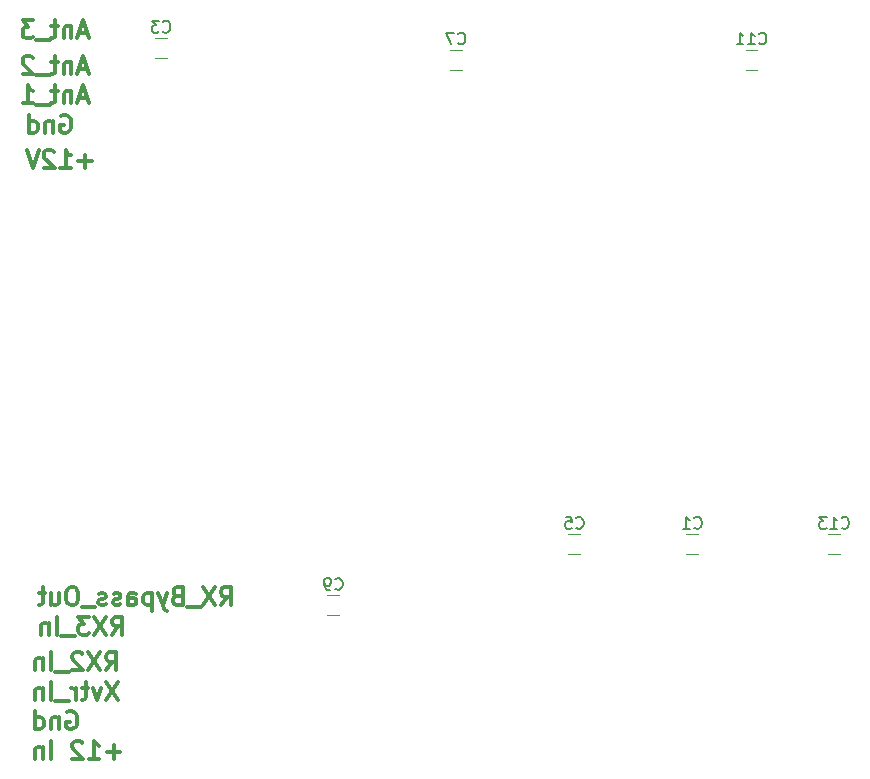
<source format=gbo>
G04 #@! TF.FileFunction,Legend,Bot*
%FSLAX46Y46*%
G04 Gerber Fmt 4.6, Leading zero omitted, Abs format (unit mm)*
G04 Created by KiCad (PCBNEW 4.0.7) date 01/07/18 09:03:16*
%MOMM*%
%LPD*%
G01*
G04 APERTURE LIST*
%ADD10C,0.100000*%
%ADD11C,0.300000*%
%ADD12C,0.120000*%
%ADD13C,0.150000*%
G04 APERTURE END LIST*
D10*
D11*
X41785714Y-43750000D02*
X41071428Y-43750000D01*
X41928571Y-44178571D02*
X41428571Y-42678571D01*
X40928571Y-44178571D01*
X40428571Y-43178571D02*
X40428571Y-44178571D01*
X40428571Y-43321429D02*
X40357143Y-43250000D01*
X40214285Y-43178571D01*
X40000000Y-43178571D01*
X39857143Y-43250000D01*
X39785714Y-43392857D01*
X39785714Y-44178571D01*
X39285714Y-43178571D02*
X38714285Y-43178571D01*
X39071428Y-42678571D02*
X39071428Y-43964286D01*
X39000000Y-44107143D01*
X38857142Y-44178571D01*
X38714285Y-44178571D01*
X38571428Y-44321429D02*
X37428571Y-44321429D01*
X37214285Y-42678571D02*
X36285714Y-42678571D01*
X36785714Y-43250000D01*
X36571428Y-43250000D01*
X36428571Y-43321429D01*
X36357142Y-43392857D01*
X36285714Y-43535714D01*
X36285714Y-43892857D01*
X36357142Y-44035714D01*
X36428571Y-44107143D01*
X36571428Y-44178571D01*
X37000000Y-44178571D01*
X37142857Y-44107143D01*
X37214285Y-44035714D01*
X41785714Y-46750000D02*
X41071428Y-46750000D01*
X41928571Y-47178571D02*
X41428571Y-45678571D01*
X40928571Y-47178571D01*
X40428571Y-46178571D02*
X40428571Y-47178571D01*
X40428571Y-46321429D02*
X40357143Y-46250000D01*
X40214285Y-46178571D01*
X40000000Y-46178571D01*
X39857143Y-46250000D01*
X39785714Y-46392857D01*
X39785714Y-47178571D01*
X39285714Y-46178571D02*
X38714285Y-46178571D01*
X39071428Y-45678571D02*
X39071428Y-46964286D01*
X39000000Y-47107143D01*
X38857142Y-47178571D01*
X38714285Y-47178571D01*
X38571428Y-47321429D02*
X37428571Y-47321429D01*
X37142857Y-45821429D02*
X37071428Y-45750000D01*
X36928571Y-45678571D01*
X36571428Y-45678571D01*
X36428571Y-45750000D01*
X36357142Y-45821429D01*
X36285714Y-45964286D01*
X36285714Y-46107143D01*
X36357142Y-46321429D01*
X37214285Y-47178571D01*
X36285714Y-47178571D01*
X41785714Y-49250000D02*
X41071428Y-49250000D01*
X41928571Y-49678571D02*
X41428571Y-48178571D01*
X40928571Y-49678571D01*
X40428571Y-48678571D02*
X40428571Y-49678571D01*
X40428571Y-48821429D02*
X40357143Y-48750000D01*
X40214285Y-48678571D01*
X40000000Y-48678571D01*
X39857143Y-48750000D01*
X39785714Y-48892857D01*
X39785714Y-49678571D01*
X39285714Y-48678571D02*
X38714285Y-48678571D01*
X39071428Y-48178571D02*
X39071428Y-49464286D01*
X39000000Y-49607143D01*
X38857142Y-49678571D01*
X38714285Y-49678571D01*
X38571428Y-49821429D02*
X37428571Y-49821429D01*
X36285714Y-49678571D02*
X37142857Y-49678571D01*
X36714285Y-49678571D02*
X36714285Y-48178571D01*
X36857142Y-48392857D01*
X37000000Y-48535714D01*
X37142857Y-48607143D01*
X39571429Y-50750000D02*
X39714286Y-50678571D01*
X39928572Y-50678571D01*
X40142857Y-50750000D01*
X40285715Y-50892857D01*
X40357143Y-51035714D01*
X40428572Y-51321429D01*
X40428572Y-51535714D01*
X40357143Y-51821429D01*
X40285715Y-51964286D01*
X40142857Y-52107143D01*
X39928572Y-52178571D01*
X39785715Y-52178571D01*
X39571429Y-52107143D01*
X39500000Y-52035714D01*
X39500000Y-51535714D01*
X39785715Y-51535714D01*
X38857143Y-51178571D02*
X38857143Y-52178571D01*
X38857143Y-51321429D02*
X38785715Y-51250000D01*
X38642857Y-51178571D01*
X38428572Y-51178571D01*
X38285715Y-51250000D01*
X38214286Y-51392857D01*
X38214286Y-52178571D01*
X36857143Y-52178571D02*
X36857143Y-50678571D01*
X36857143Y-52107143D02*
X37000000Y-52178571D01*
X37285714Y-52178571D01*
X37428572Y-52107143D01*
X37500000Y-52035714D01*
X37571429Y-51892857D01*
X37571429Y-51464286D01*
X37500000Y-51321429D01*
X37428572Y-51250000D01*
X37285714Y-51178571D01*
X37000000Y-51178571D01*
X36857143Y-51250000D01*
X42142856Y-54607143D02*
X40999999Y-54607143D01*
X41571428Y-55178571D02*
X41571428Y-54035714D01*
X39499999Y-55178571D02*
X40357142Y-55178571D01*
X39928570Y-55178571D02*
X39928570Y-53678571D01*
X40071427Y-53892857D01*
X40214285Y-54035714D01*
X40357142Y-54107143D01*
X38928571Y-53821429D02*
X38857142Y-53750000D01*
X38714285Y-53678571D01*
X38357142Y-53678571D01*
X38214285Y-53750000D01*
X38142856Y-53821429D01*
X38071428Y-53964286D01*
X38071428Y-54107143D01*
X38142856Y-54321429D01*
X38999999Y-55178571D01*
X38071428Y-55178571D01*
X37642857Y-53678571D02*
X37142857Y-55178571D01*
X36642857Y-53678571D01*
X53071429Y-92178571D02*
X53571429Y-91464286D01*
X53928572Y-92178571D02*
X53928572Y-90678571D01*
X53357144Y-90678571D01*
X53214286Y-90750000D01*
X53142858Y-90821429D01*
X53071429Y-90964286D01*
X53071429Y-91178571D01*
X53142858Y-91321429D01*
X53214286Y-91392857D01*
X53357144Y-91464286D01*
X53928572Y-91464286D01*
X52571429Y-90678571D02*
X51571429Y-92178571D01*
X51571429Y-90678571D02*
X52571429Y-92178571D01*
X51357144Y-92321429D02*
X50214287Y-92321429D01*
X49357144Y-91392857D02*
X49142858Y-91464286D01*
X49071430Y-91535714D01*
X49000001Y-91678571D01*
X49000001Y-91892857D01*
X49071430Y-92035714D01*
X49142858Y-92107143D01*
X49285716Y-92178571D01*
X49857144Y-92178571D01*
X49857144Y-90678571D01*
X49357144Y-90678571D01*
X49214287Y-90750000D01*
X49142858Y-90821429D01*
X49071430Y-90964286D01*
X49071430Y-91107143D01*
X49142858Y-91250000D01*
X49214287Y-91321429D01*
X49357144Y-91392857D01*
X49857144Y-91392857D01*
X48500001Y-91178571D02*
X48142858Y-92178571D01*
X47785716Y-91178571D02*
X48142858Y-92178571D01*
X48285716Y-92535714D01*
X48357144Y-92607143D01*
X48500001Y-92678571D01*
X47214287Y-91178571D02*
X47214287Y-92678571D01*
X47214287Y-91250000D02*
X47071430Y-91178571D01*
X46785716Y-91178571D01*
X46642859Y-91250000D01*
X46571430Y-91321429D01*
X46500001Y-91464286D01*
X46500001Y-91892857D01*
X46571430Y-92035714D01*
X46642859Y-92107143D01*
X46785716Y-92178571D01*
X47071430Y-92178571D01*
X47214287Y-92107143D01*
X45214287Y-92178571D02*
X45214287Y-91392857D01*
X45285716Y-91250000D01*
X45428573Y-91178571D01*
X45714287Y-91178571D01*
X45857144Y-91250000D01*
X45214287Y-92107143D02*
X45357144Y-92178571D01*
X45714287Y-92178571D01*
X45857144Y-92107143D01*
X45928573Y-91964286D01*
X45928573Y-91821429D01*
X45857144Y-91678571D01*
X45714287Y-91607143D01*
X45357144Y-91607143D01*
X45214287Y-91535714D01*
X44571430Y-92107143D02*
X44428573Y-92178571D01*
X44142858Y-92178571D01*
X44000001Y-92107143D01*
X43928573Y-91964286D01*
X43928573Y-91892857D01*
X44000001Y-91750000D01*
X44142858Y-91678571D01*
X44357144Y-91678571D01*
X44500001Y-91607143D01*
X44571430Y-91464286D01*
X44571430Y-91392857D01*
X44500001Y-91250000D01*
X44357144Y-91178571D01*
X44142858Y-91178571D01*
X44000001Y-91250000D01*
X43357144Y-92107143D02*
X43214287Y-92178571D01*
X42928572Y-92178571D01*
X42785715Y-92107143D01*
X42714287Y-91964286D01*
X42714287Y-91892857D01*
X42785715Y-91750000D01*
X42928572Y-91678571D01*
X43142858Y-91678571D01*
X43285715Y-91607143D01*
X43357144Y-91464286D01*
X43357144Y-91392857D01*
X43285715Y-91250000D01*
X43142858Y-91178571D01*
X42928572Y-91178571D01*
X42785715Y-91250000D01*
X42428572Y-92321429D02*
X41285715Y-92321429D01*
X40642858Y-90678571D02*
X40357144Y-90678571D01*
X40214286Y-90750000D01*
X40071429Y-90892857D01*
X40000001Y-91178571D01*
X40000001Y-91678571D01*
X40071429Y-91964286D01*
X40214286Y-92107143D01*
X40357144Y-92178571D01*
X40642858Y-92178571D01*
X40785715Y-92107143D01*
X40928572Y-91964286D01*
X41000001Y-91678571D01*
X41000001Y-91178571D01*
X40928572Y-90892857D01*
X40785715Y-90750000D01*
X40642858Y-90678571D01*
X38714286Y-91178571D02*
X38714286Y-92178571D01*
X39357143Y-91178571D02*
X39357143Y-91964286D01*
X39285715Y-92107143D01*
X39142857Y-92178571D01*
X38928572Y-92178571D01*
X38785715Y-92107143D01*
X38714286Y-92035714D01*
X38214286Y-91178571D02*
X37642857Y-91178571D01*
X38000000Y-90678571D02*
X38000000Y-91964286D01*
X37928572Y-92107143D01*
X37785714Y-92178571D01*
X37642857Y-92178571D01*
X43857142Y-94678571D02*
X44357142Y-93964286D01*
X44714285Y-94678571D02*
X44714285Y-93178571D01*
X44142857Y-93178571D01*
X43999999Y-93250000D01*
X43928571Y-93321429D01*
X43857142Y-93464286D01*
X43857142Y-93678571D01*
X43928571Y-93821429D01*
X43999999Y-93892857D01*
X44142857Y-93964286D01*
X44714285Y-93964286D01*
X43357142Y-93178571D02*
X42357142Y-94678571D01*
X42357142Y-93178571D02*
X43357142Y-94678571D01*
X41928571Y-93178571D02*
X41000000Y-93178571D01*
X41500000Y-93750000D01*
X41285714Y-93750000D01*
X41142857Y-93821429D01*
X41071428Y-93892857D01*
X41000000Y-94035714D01*
X41000000Y-94392857D01*
X41071428Y-94535714D01*
X41142857Y-94607143D01*
X41285714Y-94678571D01*
X41714286Y-94678571D01*
X41857143Y-94607143D01*
X41928571Y-94535714D01*
X40714286Y-94821429D02*
X39571429Y-94821429D01*
X39214286Y-94678571D02*
X39214286Y-93178571D01*
X38500000Y-93678571D02*
X38500000Y-94678571D01*
X38500000Y-93821429D02*
X38428572Y-93750000D01*
X38285714Y-93678571D01*
X38071429Y-93678571D01*
X37928572Y-93750000D01*
X37857143Y-93892857D01*
X37857143Y-94678571D01*
X43357142Y-97678571D02*
X43857142Y-96964286D01*
X44214285Y-97678571D02*
X44214285Y-96178571D01*
X43642857Y-96178571D01*
X43499999Y-96250000D01*
X43428571Y-96321429D01*
X43357142Y-96464286D01*
X43357142Y-96678571D01*
X43428571Y-96821429D01*
X43499999Y-96892857D01*
X43642857Y-96964286D01*
X44214285Y-96964286D01*
X42857142Y-96178571D02*
X41857142Y-97678571D01*
X41857142Y-96178571D02*
X42857142Y-97678571D01*
X41357143Y-96321429D02*
X41285714Y-96250000D01*
X41142857Y-96178571D01*
X40785714Y-96178571D01*
X40642857Y-96250000D01*
X40571428Y-96321429D01*
X40500000Y-96464286D01*
X40500000Y-96607143D01*
X40571428Y-96821429D01*
X41428571Y-97678571D01*
X40500000Y-97678571D01*
X40214286Y-97821429D02*
X39071429Y-97821429D01*
X38714286Y-97678571D02*
X38714286Y-96178571D01*
X38000000Y-96678571D02*
X38000000Y-97678571D01*
X38000000Y-96821429D02*
X37928572Y-96750000D01*
X37785714Y-96678571D01*
X37571429Y-96678571D01*
X37428572Y-96750000D01*
X37357143Y-96892857D01*
X37357143Y-97678571D01*
X44357142Y-98678571D02*
X43357142Y-100178571D01*
X43357142Y-98678571D02*
X44357142Y-100178571D01*
X42928571Y-99178571D02*
X42571428Y-100178571D01*
X42214286Y-99178571D01*
X41857143Y-99178571D02*
X41285714Y-99178571D01*
X41642857Y-98678571D02*
X41642857Y-99964286D01*
X41571429Y-100107143D01*
X41428571Y-100178571D01*
X41285714Y-100178571D01*
X40785714Y-100178571D02*
X40785714Y-99178571D01*
X40785714Y-99464286D02*
X40714286Y-99321429D01*
X40642857Y-99250000D01*
X40500000Y-99178571D01*
X40357143Y-99178571D01*
X40214286Y-100321429D02*
X39071429Y-100321429D01*
X38714286Y-100178571D02*
X38714286Y-98678571D01*
X38000000Y-99178571D02*
X38000000Y-100178571D01*
X38000000Y-99321429D02*
X37928572Y-99250000D01*
X37785714Y-99178571D01*
X37571429Y-99178571D01*
X37428572Y-99250000D01*
X37357143Y-99392857D01*
X37357143Y-100178571D01*
X40071429Y-101250000D02*
X40214286Y-101178571D01*
X40428572Y-101178571D01*
X40642857Y-101250000D01*
X40785715Y-101392857D01*
X40857143Y-101535714D01*
X40928572Y-101821429D01*
X40928572Y-102035714D01*
X40857143Y-102321429D01*
X40785715Y-102464286D01*
X40642857Y-102607143D01*
X40428572Y-102678571D01*
X40285715Y-102678571D01*
X40071429Y-102607143D01*
X40000000Y-102535714D01*
X40000000Y-102035714D01*
X40285715Y-102035714D01*
X39357143Y-101678571D02*
X39357143Y-102678571D01*
X39357143Y-101821429D02*
X39285715Y-101750000D01*
X39142857Y-101678571D01*
X38928572Y-101678571D01*
X38785715Y-101750000D01*
X38714286Y-101892857D01*
X38714286Y-102678571D01*
X37357143Y-102678571D02*
X37357143Y-101178571D01*
X37357143Y-102607143D02*
X37500000Y-102678571D01*
X37785714Y-102678571D01*
X37928572Y-102607143D01*
X38000000Y-102535714D01*
X38071429Y-102392857D01*
X38071429Y-101964286D01*
X38000000Y-101821429D01*
X37928572Y-101750000D01*
X37785714Y-101678571D01*
X37500000Y-101678571D01*
X37357143Y-101750000D01*
X44571428Y-104607143D02*
X43428571Y-104607143D01*
X44000000Y-105178571D02*
X44000000Y-104035714D01*
X41928571Y-105178571D02*
X42785714Y-105178571D01*
X42357142Y-105178571D02*
X42357142Y-103678571D01*
X42499999Y-103892857D01*
X42642857Y-104035714D01*
X42785714Y-104107143D01*
X41357143Y-103821429D02*
X41285714Y-103750000D01*
X41142857Y-103678571D01*
X40785714Y-103678571D01*
X40642857Y-103750000D01*
X40571428Y-103821429D01*
X40500000Y-103964286D01*
X40500000Y-104107143D01*
X40571428Y-104321429D01*
X41428571Y-105178571D01*
X40500000Y-105178571D01*
X38714286Y-105178571D02*
X38714286Y-103678571D01*
X38000000Y-104178571D02*
X38000000Y-105178571D01*
X38000000Y-104321429D02*
X37928572Y-104250000D01*
X37785714Y-104178571D01*
X37571429Y-104178571D01*
X37428572Y-104250000D01*
X37357143Y-104392857D01*
X37357143Y-105178571D01*
D12*
X92500000Y-86150000D02*
X93500000Y-86150000D01*
X93500000Y-87850000D02*
X92500000Y-87850000D01*
X47500000Y-44150000D02*
X48500000Y-44150000D01*
X48500000Y-45850000D02*
X47500000Y-45850000D01*
X82500000Y-86150000D02*
X83500000Y-86150000D01*
X83500000Y-87850000D02*
X82500000Y-87850000D01*
X72500000Y-45150000D02*
X73500000Y-45150000D01*
X73500000Y-46850000D02*
X72500000Y-46850000D01*
X62100000Y-91350000D02*
X63100000Y-91350000D01*
X63100000Y-93050000D02*
X62100000Y-93050000D01*
X97500000Y-45150000D02*
X98500000Y-45150000D01*
X98500000Y-46850000D02*
X97500000Y-46850000D01*
X104500000Y-86150000D02*
X105500000Y-86150000D01*
X105500000Y-87850000D02*
X104500000Y-87850000D01*
D13*
X93166666Y-85607143D02*
X93214285Y-85654762D01*
X93357142Y-85702381D01*
X93452380Y-85702381D01*
X93595238Y-85654762D01*
X93690476Y-85559524D01*
X93738095Y-85464286D01*
X93785714Y-85273810D01*
X93785714Y-85130952D01*
X93738095Y-84940476D01*
X93690476Y-84845238D01*
X93595238Y-84750000D01*
X93452380Y-84702381D01*
X93357142Y-84702381D01*
X93214285Y-84750000D01*
X93166666Y-84797619D01*
X92214285Y-85702381D02*
X92785714Y-85702381D01*
X92500000Y-85702381D02*
X92500000Y-84702381D01*
X92595238Y-84845238D01*
X92690476Y-84940476D01*
X92785714Y-84988095D01*
X48166666Y-43607143D02*
X48214285Y-43654762D01*
X48357142Y-43702381D01*
X48452380Y-43702381D01*
X48595238Y-43654762D01*
X48690476Y-43559524D01*
X48738095Y-43464286D01*
X48785714Y-43273810D01*
X48785714Y-43130952D01*
X48738095Y-42940476D01*
X48690476Y-42845238D01*
X48595238Y-42750000D01*
X48452380Y-42702381D01*
X48357142Y-42702381D01*
X48214285Y-42750000D01*
X48166666Y-42797619D01*
X47833333Y-42702381D02*
X47214285Y-42702381D01*
X47547619Y-43083333D01*
X47404761Y-43083333D01*
X47309523Y-43130952D01*
X47261904Y-43178571D01*
X47214285Y-43273810D01*
X47214285Y-43511905D01*
X47261904Y-43607143D01*
X47309523Y-43654762D01*
X47404761Y-43702381D01*
X47690476Y-43702381D01*
X47785714Y-43654762D01*
X47833333Y-43607143D01*
X83166666Y-85607143D02*
X83214285Y-85654762D01*
X83357142Y-85702381D01*
X83452380Y-85702381D01*
X83595238Y-85654762D01*
X83690476Y-85559524D01*
X83738095Y-85464286D01*
X83785714Y-85273810D01*
X83785714Y-85130952D01*
X83738095Y-84940476D01*
X83690476Y-84845238D01*
X83595238Y-84750000D01*
X83452380Y-84702381D01*
X83357142Y-84702381D01*
X83214285Y-84750000D01*
X83166666Y-84797619D01*
X82261904Y-84702381D02*
X82738095Y-84702381D01*
X82785714Y-85178571D01*
X82738095Y-85130952D01*
X82642857Y-85083333D01*
X82404761Y-85083333D01*
X82309523Y-85130952D01*
X82261904Y-85178571D01*
X82214285Y-85273810D01*
X82214285Y-85511905D01*
X82261904Y-85607143D01*
X82309523Y-85654762D01*
X82404761Y-85702381D01*
X82642857Y-85702381D01*
X82738095Y-85654762D01*
X82785714Y-85607143D01*
X73166666Y-44607143D02*
X73214285Y-44654762D01*
X73357142Y-44702381D01*
X73452380Y-44702381D01*
X73595238Y-44654762D01*
X73690476Y-44559524D01*
X73738095Y-44464286D01*
X73785714Y-44273810D01*
X73785714Y-44130952D01*
X73738095Y-43940476D01*
X73690476Y-43845238D01*
X73595238Y-43750000D01*
X73452380Y-43702381D01*
X73357142Y-43702381D01*
X73214285Y-43750000D01*
X73166666Y-43797619D01*
X72833333Y-43702381D02*
X72166666Y-43702381D01*
X72595238Y-44702381D01*
X62766666Y-90807143D02*
X62814285Y-90854762D01*
X62957142Y-90902381D01*
X63052380Y-90902381D01*
X63195238Y-90854762D01*
X63290476Y-90759524D01*
X63338095Y-90664286D01*
X63385714Y-90473810D01*
X63385714Y-90330952D01*
X63338095Y-90140476D01*
X63290476Y-90045238D01*
X63195238Y-89950000D01*
X63052380Y-89902381D01*
X62957142Y-89902381D01*
X62814285Y-89950000D01*
X62766666Y-89997619D01*
X62290476Y-90902381D02*
X62100000Y-90902381D01*
X62004761Y-90854762D01*
X61957142Y-90807143D01*
X61861904Y-90664286D01*
X61814285Y-90473810D01*
X61814285Y-90092857D01*
X61861904Y-89997619D01*
X61909523Y-89950000D01*
X62004761Y-89902381D01*
X62195238Y-89902381D01*
X62290476Y-89950000D01*
X62338095Y-89997619D01*
X62385714Y-90092857D01*
X62385714Y-90330952D01*
X62338095Y-90426190D01*
X62290476Y-90473810D01*
X62195238Y-90521429D01*
X62004761Y-90521429D01*
X61909523Y-90473810D01*
X61861904Y-90426190D01*
X61814285Y-90330952D01*
X98642857Y-44607143D02*
X98690476Y-44654762D01*
X98833333Y-44702381D01*
X98928571Y-44702381D01*
X99071429Y-44654762D01*
X99166667Y-44559524D01*
X99214286Y-44464286D01*
X99261905Y-44273810D01*
X99261905Y-44130952D01*
X99214286Y-43940476D01*
X99166667Y-43845238D01*
X99071429Y-43750000D01*
X98928571Y-43702381D01*
X98833333Y-43702381D01*
X98690476Y-43750000D01*
X98642857Y-43797619D01*
X97690476Y-44702381D02*
X98261905Y-44702381D01*
X97976191Y-44702381D02*
X97976191Y-43702381D01*
X98071429Y-43845238D01*
X98166667Y-43940476D01*
X98261905Y-43988095D01*
X96738095Y-44702381D02*
X97309524Y-44702381D01*
X97023810Y-44702381D02*
X97023810Y-43702381D01*
X97119048Y-43845238D01*
X97214286Y-43940476D01*
X97309524Y-43988095D01*
X105642857Y-85607143D02*
X105690476Y-85654762D01*
X105833333Y-85702381D01*
X105928571Y-85702381D01*
X106071429Y-85654762D01*
X106166667Y-85559524D01*
X106214286Y-85464286D01*
X106261905Y-85273810D01*
X106261905Y-85130952D01*
X106214286Y-84940476D01*
X106166667Y-84845238D01*
X106071429Y-84750000D01*
X105928571Y-84702381D01*
X105833333Y-84702381D01*
X105690476Y-84750000D01*
X105642857Y-84797619D01*
X104690476Y-85702381D02*
X105261905Y-85702381D01*
X104976191Y-85702381D02*
X104976191Y-84702381D01*
X105071429Y-84845238D01*
X105166667Y-84940476D01*
X105261905Y-84988095D01*
X104357143Y-84702381D02*
X103738095Y-84702381D01*
X104071429Y-85083333D01*
X103928571Y-85083333D01*
X103833333Y-85130952D01*
X103785714Y-85178571D01*
X103738095Y-85273810D01*
X103738095Y-85511905D01*
X103785714Y-85607143D01*
X103833333Y-85654762D01*
X103928571Y-85702381D01*
X104214286Y-85702381D01*
X104309524Y-85654762D01*
X104357143Y-85607143D01*
M02*

</source>
